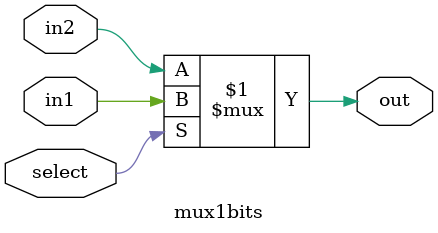
<source format=v>
`timescale 1ns / 1ps

module mux1bits(in1, in2, select, out);
    input in1;
    input in2;
    input select;
    output out;
    
    assign out = select ? in1 : in2 ;
endmodule


</source>
